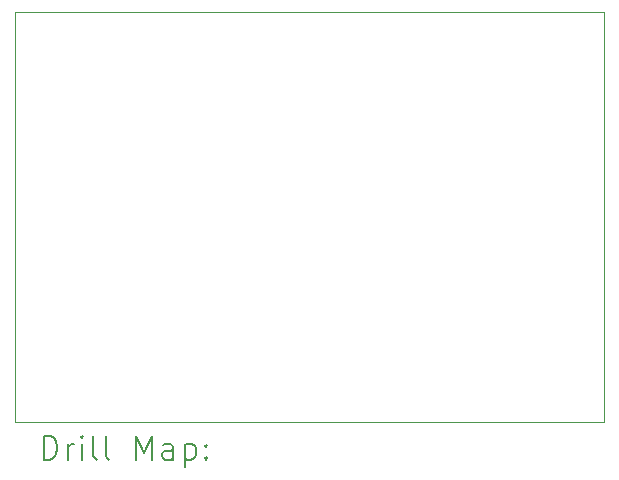
<source format=gbr>
%TF.GenerationSoftware,KiCad,Pcbnew,7.0.2*%
%TF.CreationDate,2023-12-17T17:40:24-05:00*%
%TF.ProjectId,AntSniffer,416e7453-6e69-4666-9665-722e6b696361,rev?*%
%TF.SameCoordinates,Original*%
%TF.FileFunction,Drillmap*%
%TF.FilePolarity,Positive*%
%FSLAX45Y45*%
G04 Gerber Fmt 4.5, Leading zero omitted, Abs format (unit mm)*
G04 Created by KiCad (PCBNEW 7.0.2) date 2023-12-17 17:40:24*
%MOMM*%
%LPD*%
G01*
G04 APERTURE LIST*
%ADD10C,0.100000*%
%ADD11C,0.200000*%
G04 APERTURE END LIST*
D10*
X14348460Y-3843020D02*
X19329400Y-3843020D01*
X19329400Y-7312660D01*
X14348460Y-7312660D01*
X14348460Y-3843020D01*
D11*
X14591079Y-7630184D02*
X14591079Y-7430184D01*
X14591079Y-7430184D02*
X14638698Y-7430184D01*
X14638698Y-7430184D02*
X14667269Y-7439708D01*
X14667269Y-7439708D02*
X14686317Y-7458755D01*
X14686317Y-7458755D02*
X14695841Y-7477803D01*
X14695841Y-7477803D02*
X14705365Y-7515898D01*
X14705365Y-7515898D02*
X14705365Y-7544469D01*
X14705365Y-7544469D02*
X14695841Y-7582565D01*
X14695841Y-7582565D02*
X14686317Y-7601612D01*
X14686317Y-7601612D02*
X14667269Y-7620660D01*
X14667269Y-7620660D02*
X14638698Y-7630184D01*
X14638698Y-7630184D02*
X14591079Y-7630184D01*
X14791079Y-7630184D02*
X14791079Y-7496850D01*
X14791079Y-7534946D02*
X14800603Y-7515898D01*
X14800603Y-7515898D02*
X14810127Y-7506374D01*
X14810127Y-7506374D02*
X14829174Y-7496850D01*
X14829174Y-7496850D02*
X14848222Y-7496850D01*
X14914888Y-7630184D02*
X14914888Y-7496850D01*
X14914888Y-7430184D02*
X14905365Y-7439708D01*
X14905365Y-7439708D02*
X14914888Y-7449231D01*
X14914888Y-7449231D02*
X14924412Y-7439708D01*
X14924412Y-7439708D02*
X14914888Y-7430184D01*
X14914888Y-7430184D02*
X14914888Y-7449231D01*
X15038698Y-7630184D02*
X15019650Y-7620660D01*
X15019650Y-7620660D02*
X15010127Y-7601612D01*
X15010127Y-7601612D02*
X15010127Y-7430184D01*
X15143460Y-7630184D02*
X15124412Y-7620660D01*
X15124412Y-7620660D02*
X15114888Y-7601612D01*
X15114888Y-7601612D02*
X15114888Y-7430184D01*
X15372031Y-7630184D02*
X15372031Y-7430184D01*
X15372031Y-7430184D02*
X15438698Y-7573041D01*
X15438698Y-7573041D02*
X15505365Y-7430184D01*
X15505365Y-7430184D02*
X15505365Y-7630184D01*
X15686317Y-7630184D02*
X15686317Y-7525422D01*
X15686317Y-7525422D02*
X15676793Y-7506374D01*
X15676793Y-7506374D02*
X15657746Y-7496850D01*
X15657746Y-7496850D02*
X15619650Y-7496850D01*
X15619650Y-7496850D02*
X15600603Y-7506374D01*
X15686317Y-7620660D02*
X15667269Y-7630184D01*
X15667269Y-7630184D02*
X15619650Y-7630184D01*
X15619650Y-7630184D02*
X15600603Y-7620660D01*
X15600603Y-7620660D02*
X15591079Y-7601612D01*
X15591079Y-7601612D02*
X15591079Y-7582565D01*
X15591079Y-7582565D02*
X15600603Y-7563517D01*
X15600603Y-7563517D02*
X15619650Y-7553993D01*
X15619650Y-7553993D02*
X15667269Y-7553993D01*
X15667269Y-7553993D02*
X15686317Y-7544469D01*
X15781555Y-7496850D02*
X15781555Y-7696850D01*
X15781555Y-7506374D02*
X15800603Y-7496850D01*
X15800603Y-7496850D02*
X15838698Y-7496850D01*
X15838698Y-7496850D02*
X15857746Y-7506374D01*
X15857746Y-7506374D02*
X15867269Y-7515898D01*
X15867269Y-7515898D02*
X15876793Y-7534946D01*
X15876793Y-7534946D02*
X15876793Y-7592088D01*
X15876793Y-7592088D02*
X15867269Y-7611136D01*
X15867269Y-7611136D02*
X15857746Y-7620660D01*
X15857746Y-7620660D02*
X15838698Y-7630184D01*
X15838698Y-7630184D02*
X15800603Y-7630184D01*
X15800603Y-7630184D02*
X15781555Y-7620660D01*
X15962508Y-7611136D02*
X15972031Y-7620660D01*
X15972031Y-7620660D02*
X15962508Y-7630184D01*
X15962508Y-7630184D02*
X15952984Y-7620660D01*
X15952984Y-7620660D02*
X15962508Y-7611136D01*
X15962508Y-7611136D02*
X15962508Y-7630184D01*
X15962508Y-7506374D02*
X15972031Y-7515898D01*
X15972031Y-7515898D02*
X15962508Y-7525422D01*
X15962508Y-7525422D02*
X15952984Y-7515898D01*
X15952984Y-7515898D02*
X15962508Y-7506374D01*
X15962508Y-7506374D02*
X15962508Y-7525422D01*
M02*

</source>
